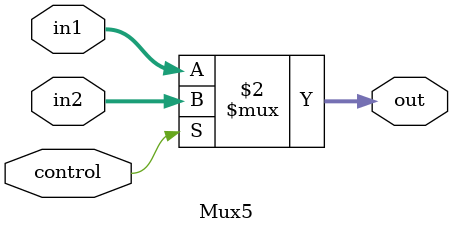
<source format=v>
`timescale 1ns / 1ps


module Mux5(in1, in2, control, out);
input [4:0] in1;
input [4:0] in2;
input control;
output [4:0] out;
assign out = (control == 1'b0) ? in1 : in2;
endmodule


</source>
